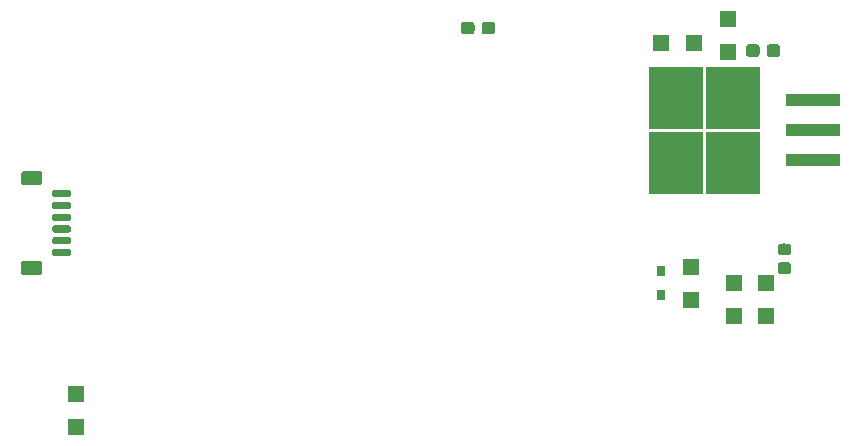
<source format=gbr>
G04 #@! TF.GenerationSoftware,KiCad,Pcbnew,5.0.2-bee76a0~70~ubuntu18.04.1*
G04 #@! TF.CreationDate,2019-11-21T17:40:54+09:00*
G04 #@! TF.ProjectId,Drone,44726f6e-652e-46b6-9963-61645f706362,rev?*
G04 #@! TF.SameCoordinates,Original*
G04 #@! TF.FileFunction,Paste,Bot*
G04 #@! TF.FilePolarity,Positive*
%FSLAX46Y46*%
G04 Gerber Fmt 4.6, Leading zero omitted, Abs format (unit mm)*
G04 Created by KiCad (PCBNEW 5.0.2-bee76a0~70~ubuntu18.04.1) date 2019年11月21日 17時40分54秒*
%MOMM*%
%LPD*%
G01*
G04 APERTURE LIST*
%ADD10R,4.550000X5.250000*%
%ADD11R,4.600000X1.100000*%
%ADD12C,0.100000*%
%ADD13C,1.000000*%
%ADD14R,1.400000X1.400000*%
%ADD15C,0.600000*%
%ADD16C,1.200000*%
%ADD17R,0.700000X0.900000*%
%ADD18C,1.050000*%
G04 APERTURE END LIST*
D10*
G04 #@! TO.C,U2*
X157250000Y-97790000D03*
X152400000Y-92240000D03*
X157250000Y-92240000D03*
X152400000Y-97790000D03*
D11*
X163975000Y-97555000D03*
X163975000Y-95015000D03*
X163975000Y-92475000D03*
G04 #@! TD*
D12*
G04 #@! TO.C,C1*
G36*
X161919504Y-106181204D02*
X161943773Y-106184804D01*
X161967571Y-106190765D01*
X161990671Y-106199030D01*
X162012849Y-106209520D01*
X162033893Y-106222133D01*
X162053598Y-106236747D01*
X162071777Y-106253223D01*
X162088253Y-106271402D01*
X162102867Y-106291107D01*
X162115480Y-106312151D01*
X162125970Y-106334329D01*
X162134235Y-106357429D01*
X162140196Y-106381227D01*
X162143796Y-106405496D01*
X162145000Y-106430000D01*
X162145000Y-106930000D01*
X162143796Y-106954504D01*
X162140196Y-106978773D01*
X162134235Y-107002571D01*
X162125970Y-107025671D01*
X162115480Y-107047849D01*
X162102867Y-107068893D01*
X162088253Y-107088598D01*
X162071777Y-107106777D01*
X162053598Y-107123253D01*
X162033893Y-107137867D01*
X162012849Y-107150480D01*
X161990671Y-107160970D01*
X161967571Y-107169235D01*
X161943773Y-107175196D01*
X161919504Y-107178796D01*
X161895000Y-107180000D01*
X161295000Y-107180000D01*
X161270496Y-107178796D01*
X161246227Y-107175196D01*
X161222429Y-107169235D01*
X161199329Y-107160970D01*
X161177151Y-107150480D01*
X161156107Y-107137867D01*
X161136402Y-107123253D01*
X161118223Y-107106777D01*
X161101747Y-107088598D01*
X161087133Y-107068893D01*
X161074520Y-107047849D01*
X161064030Y-107025671D01*
X161055765Y-107002571D01*
X161049804Y-106978773D01*
X161046204Y-106954504D01*
X161045000Y-106930000D01*
X161045000Y-106430000D01*
X161046204Y-106405496D01*
X161049804Y-106381227D01*
X161055765Y-106357429D01*
X161064030Y-106334329D01*
X161074520Y-106312151D01*
X161087133Y-106291107D01*
X161101747Y-106271402D01*
X161118223Y-106253223D01*
X161136402Y-106236747D01*
X161156107Y-106222133D01*
X161177151Y-106209520D01*
X161199329Y-106199030D01*
X161222429Y-106190765D01*
X161246227Y-106184804D01*
X161270496Y-106181204D01*
X161295000Y-106180000D01*
X161895000Y-106180000D01*
X161919504Y-106181204D01*
X161919504Y-106181204D01*
G37*
D13*
X161595000Y-106680000D03*
D12*
G36*
X161919504Y-104606204D02*
X161943773Y-104609804D01*
X161967571Y-104615765D01*
X161990671Y-104624030D01*
X162012849Y-104634520D01*
X162033893Y-104647133D01*
X162053598Y-104661747D01*
X162071777Y-104678223D01*
X162088253Y-104696402D01*
X162102867Y-104716107D01*
X162115480Y-104737151D01*
X162125970Y-104759329D01*
X162134235Y-104782429D01*
X162140196Y-104806227D01*
X162143796Y-104830496D01*
X162145000Y-104855000D01*
X162145000Y-105355000D01*
X162143796Y-105379504D01*
X162140196Y-105403773D01*
X162134235Y-105427571D01*
X162125970Y-105450671D01*
X162115480Y-105472849D01*
X162102867Y-105493893D01*
X162088253Y-105513598D01*
X162071777Y-105531777D01*
X162053598Y-105548253D01*
X162033893Y-105562867D01*
X162012849Y-105575480D01*
X161990671Y-105585970D01*
X161967571Y-105594235D01*
X161943773Y-105600196D01*
X161919504Y-105603796D01*
X161895000Y-105605000D01*
X161295000Y-105605000D01*
X161270496Y-105603796D01*
X161246227Y-105600196D01*
X161222429Y-105594235D01*
X161199329Y-105585970D01*
X161177151Y-105575480D01*
X161156107Y-105562867D01*
X161136402Y-105548253D01*
X161118223Y-105531777D01*
X161101747Y-105513598D01*
X161087133Y-105493893D01*
X161074520Y-105472849D01*
X161064030Y-105450671D01*
X161055765Y-105427571D01*
X161049804Y-105403773D01*
X161046204Y-105379504D01*
X161045000Y-105355000D01*
X161045000Y-104855000D01*
X161046204Y-104830496D01*
X161049804Y-104806227D01*
X161055765Y-104782429D01*
X161064030Y-104759329D01*
X161074520Y-104737151D01*
X161087133Y-104716107D01*
X161101747Y-104696402D01*
X161118223Y-104678223D01*
X161136402Y-104661747D01*
X161156107Y-104647133D01*
X161177151Y-104634520D01*
X161199329Y-104624030D01*
X161222429Y-104615765D01*
X161246227Y-104609804D01*
X161270496Y-104606204D01*
X161295000Y-104605000D01*
X161895000Y-104605000D01*
X161919504Y-104606204D01*
X161919504Y-104606204D01*
G37*
D13*
X161595000Y-105105000D03*
G04 #@! TD*
D14*
G04 #@! TO.C,D1*
X160020000Y-107950000D03*
X160020000Y-110750000D03*
G04 #@! TD*
G04 #@! TO.C,D2*
X157350000Y-110750000D03*
X157350000Y-107950000D03*
G04 #@! TD*
D12*
G04 #@! TO.C,J1*
G36*
X101024703Y-100070722D02*
X101039264Y-100072882D01*
X101053543Y-100076459D01*
X101067403Y-100081418D01*
X101080710Y-100087712D01*
X101093336Y-100095280D01*
X101105159Y-100104048D01*
X101116066Y-100113934D01*
X101125952Y-100124841D01*
X101134720Y-100136664D01*
X101142288Y-100149290D01*
X101148582Y-100162597D01*
X101153541Y-100176457D01*
X101157118Y-100190736D01*
X101159278Y-100205297D01*
X101160000Y-100220000D01*
X101160000Y-100520000D01*
X101159278Y-100534703D01*
X101157118Y-100549264D01*
X101153541Y-100563543D01*
X101148582Y-100577403D01*
X101142288Y-100590710D01*
X101134720Y-100603336D01*
X101125952Y-100615159D01*
X101116066Y-100626066D01*
X101105159Y-100635952D01*
X101093336Y-100644720D01*
X101080710Y-100652288D01*
X101067403Y-100658582D01*
X101053543Y-100663541D01*
X101039264Y-100667118D01*
X101024703Y-100669278D01*
X101010000Y-100670000D01*
X99760000Y-100670000D01*
X99745297Y-100669278D01*
X99730736Y-100667118D01*
X99716457Y-100663541D01*
X99702597Y-100658582D01*
X99689290Y-100652288D01*
X99676664Y-100644720D01*
X99664841Y-100635952D01*
X99653934Y-100626066D01*
X99644048Y-100615159D01*
X99635280Y-100603336D01*
X99627712Y-100590710D01*
X99621418Y-100577403D01*
X99616459Y-100563543D01*
X99612882Y-100549264D01*
X99610722Y-100534703D01*
X99610000Y-100520000D01*
X99610000Y-100220000D01*
X99610722Y-100205297D01*
X99612882Y-100190736D01*
X99616459Y-100176457D01*
X99621418Y-100162597D01*
X99627712Y-100149290D01*
X99635280Y-100136664D01*
X99644048Y-100124841D01*
X99653934Y-100113934D01*
X99664841Y-100104048D01*
X99676664Y-100095280D01*
X99689290Y-100087712D01*
X99702597Y-100081418D01*
X99716457Y-100076459D01*
X99730736Y-100072882D01*
X99745297Y-100070722D01*
X99760000Y-100070000D01*
X101010000Y-100070000D01*
X101024703Y-100070722D01*
X101024703Y-100070722D01*
G37*
D15*
X100385000Y-100370000D03*
D12*
G36*
X101024703Y-101070722D02*
X101039264Y-101072882D01*
X101053543Y-101076459D01*
X101067403Y-101081418D01*
X101080710Y-101087712D01*
X101093336Y-101095280D01*
X101105159Y-101104048D01*
X101116066Y-101113934D01*
X101125952Y-101124841D01*
X101134720Y-101136664D01*
X101142288Y-101149290D01*
X101148582Y-101162597D01*
X101153541Y-101176457D01*
X101157118Y-101190736D01*
X101159278Y-101205297D01*
X101160000Y-101220000D01*
X101160000Y-101520000D01*
X101159278Y-101534703D01*
X101157118Y-101549264D01*
X101153541Y-101563543D01*
X101148582Y-101577403D01*
X101142288Y-101590710D01*
X101134720Y-101603336D01*
X101125952Y-101615159D01*
X101116066Y-101626066D01*
X101105159Y-101635952D01*
X101093336Y-101644720D01*
X101080710Y-101652288D01*
X101067403Y-101658582D01*
X101053543Y-101663541D01*
X101039264Y-101667118D01*
X101024703Y-101669278D01*
X101010000Y-101670000D01*
X99760000Y-101670000D01*
X99745297Y-101669278D01*
X99730736Y-101667118D01*
X99716457Y-101663541D01*
X99702597Y-101658582D01*
X99689290Y-101652288D01*
X99676664Y-101644720D01*
X99664841Y-101635952D01*
X99653934Y-101626066D01*
X99644048Y-101615159D01*
X99635280Y-101603336D01*
X99627712Y-101590710D01*
X99621418Y-101577403D01*
X99616459Y-101563543D01*
X99612882Y-101549264D01*
X99610722Y-101534703D01*
X99610000Y-101520000D01*
X99610000Y-101220000D01*
X99610722Y-101205297D01*
X99612882Y-101190736D01*
X99616459Y-101176457D01*
X99621418Y-101162597D01*
X99627712Y-101149290D01*
X99635280Y-101136664D01*
X99644048Y-101124841D01*
X99653934Y-101113934D01*
X99664841Y-101104048D01*
X99676664Y-101095280D01*
X99689290Y-101087712D01*
X99702597Y-101081418D01*
X99716457Y-101076459D01*
X99730736Y-101072882D01*
X99745297Y-101070722D01*
X99760000Y-101070000D01*
X101010000Y-101070000D01*
X101024703Y-101070722D01*
X101024703Y-101070722D01*
G37*
D15*
X100385000Y-101370000D03*
D12*
G36*
X101024703Y-102070722D02*
X101039264Y-102072882D01*
X101053543Y-102076459D01*
X101067403Y-102081418D01*
X101080710Y-102087712D01*
X101093336Y-102095280D01*
X101105159Y-102104048D01*
X101116066Y-102113934D01*
X101125952Y-102124841D01*
X101134720Y-102136664D01*
X101142288Y-102149290D01*
X101148582Y-102162597D01*
X101153541Y-102176457D01*
X101157118Y-102190736D01*
X101159278Y-102205297D01*
X101160000Y-102220000D01*
X101160000Y-102520000D01*
X101159278Y-102534703D01*
X101157118Y-102549264D01*
X101153541Y-102563543D01*
X101148582Y-102577403D01*
X101142288Y-102590710D01*
X101134720Y-102603336D01*
X101125952Y-102615159D01*
X101116066Y-102626066D01*
X101105159Y-102635952D01*
X101093336Y-102644720D01*
X101080710Y-102652288D01*
X101067403Y-102658582D01*
X101053543Y-102663541D01*
X101039264Y-102667118D01*
X101024703Y-102669278D01*
X101010000Y-102670000D01*
X99760000Y-102670000D01*
X99745297Y-102669278D01*
X99730736Y-102667118D01*
X99716457Y-102663541D01*
X99702597Y-102658582D01*
X99689290Y-102652288D01*
X99676664Y-102644720D01*
X99664841Y-102635952D01*
X99653934Y-102626066D01*
X99644048Y-102615159D01*
X99635280Y-102603336D01*
X99627712Y-102590710D01*
X99621418Y-102577403D01*
X99616459Y-102563543D01*
X99612882Y-102549264D01*
X99610722Y-102534703D01*
X99610000Y-102520000D01*
X99610000Y-102220000D01*
X99610722Y-102205297D01*
X99612882Y-102190736D01*
X99616459Y-102176457D01*
X99621418Y-102162597D01*
X99627712Y-102149290D01*
X99635280Y-102136664D01*
X99644048Y-102124841D01*
X99653934Y-102113934D01*
X99664841Y-102104048D01*
X99676664Y-102095280D01*
X99689290Y-102087712D01*
X99702597Y-102081418D01*
X99716457Y-102076459D01*
X99730736Y-102072882D01*
X99745297Y-102070722D01*
X99760000Y-102070000D01*
X101010000Y-102070000D01*
X101024703Y-102070722D01*
X101024703Y-102070722D01*
G37*
D15*
X100385000Y-102370000D03*
D12*
G36*
X101024703Y-103070722D02*
X101039264Y-103072882D01*
X101053543Y-103076459D01*
X101067403Y-103081418D01*
X101080710Y-103087712D01*
X101093336Y-103095280D01*
X101105159Y-103104048D01*
X101116066Y-103113934D01*
X101125952Y-103124841D01*
X101134720Y-103136664D01*
X101142288Y-103149290D01*
X101148582Y-103162597D01*
X101153541Y-103176457D01*
X101157118Y-103190736D01*
X101159278Y-103205297D01*
X101160000Y-103220000D01*
X101160000Y-103520000D01*
X101159278Y-103534703D01*
X101157118Y-103549264D01*
X101153541Y-103563543D01*
X101148582Y-103577403D01*
X101142288Y-103590710D01*
X101134720Y-103603336D01*
X101125952Y-103615159D01*
X101116066Y-103626066D01*
X101105159Y-103635952D01*
X101093336Y-103644720D01*
X101080710Y-103652288D01*
X101067403Y-103658582D01*
X101053543Y-103663541D01*
X101039264Y-103667118D01*
X101024703Y-103669278D01*
X101010000Y-103670000D01*
X99760000Y-103670000D01*
X99745297Y-103669278D01*
X99730736Y-103667118D01*
X99716457Y-103663541D01*
X99702597Y-103658582D01*
X99689290Y-103652288D01*
X99676664Y-103644720D01*
X99664841Y-103635952D01*
X99653934Y-103626066D01*
X99644048Y-103615159D01*
X99635280Y-103603336D01*
X99627712Y-103590710D01*
X99621418Y-103577403D01*
X99616459Y-103563543D01*
X99612882Y-103549264D01*
X99610722Y-103534703D01*
X99610000Y-103520000D01*
X99610000Y-103220000D01*
X99610722Y-103205297D01*
X99612882Y-103190736D01*
X99616459Y-103176457D01*
X99621418Y-103162597D01*
X99627712Y-103149290D01*
X99635280Y-103136664D01*
X99644048Y-103124841D01*
X99653934Y-103113934D01*
X99664841Y-103104048D01*
X99676664Y-103095280D01*
X99689290Y-103087712D01*
X99702597Y-103081418D01*
X99716457Y-103076459D01*
X99730736Y-103072882D01*
X99745297Y-103070722D01*
X99760000Y-103070000D01*
X101010000Y-103070000D01*
X101024703Y-103070722D01*
X101024703Y-103070722D01*
G37*
D15*
X100385000Y-103370000D03*
D12*
G36*
X101024703Y-104070722D02*
X101039264Y-104072882D01*
X101053543Y-104076459D01*
X101067403Y-104081418D01*
X101080710Y-104087712D01*
X101093336Y-104095280D01*
X101105159Y-104104048D01*
X101116066Y-104113934D01*
X101125952Y-104124841D01*
X101134720Y-104136664D01*
X101142288Y-104149290D01*
X101148582Y-104162597D01*
X101153541Y-104176457D01*
X101157118Y-104190736D01*
X101159278Y-104205297D01*
X101160000Y-104220000D01*
X101160000Y-104520000D01*
X101159278Y-104534703D01*
X101157118Y-104549264D01*
X101153541Y-104563543D01*
X101148582Y-104577403D01*
X101142288Y-104590710D01*
X101134720Y-104603336D01*
X101125952Y-104615159D01*
X101116066Y-104626066D01*
X101105159Y-104635952D01*
X101093336Y-104644720D01*
X101080710Y-104652288D01*
X101067403Y-104658582D01*
X101053543Y-104663541D01*
X101039264Y-104667118D01*
X101024703Y-104669278D01*
X101010000Y-104670000D01*
X99760000Y-104670000D01*
X99745297Y-104669278D01*
X99730736Y-104667118D01*
X99716457Y-104663541D01*
X99702597Y-104658582D01*
X99689290Y-104652288D01*
X99676664Y-104644720D01*
X99664841Y-104635952D01*
X99653934Y-104626066D01*
X99644048Y-104615159D01*
X99635280Y-104603336D01*
X99627712Y-104590710D01*
X99621418Y-104577403D01*
X99616459Y-104563543D01*
X99612882Y-104549264D01*
X99610722Y-104534703D01*
X99610000Y-104520000D01*
X99610000Y-104220000D01*
X99610722Y-104205297D01*
X99612882Y-104190736D01*
X99616459Y-104176457D01*
X99621418Y-104162597D01*
X99627712Y-104149290D01*
X99635280Y-104136664D01*
X99644048Y-104124841D01*
X99653934Y-104113934D01*
X99664841Y-104104048D01*
X99676664Y-104095280D01*
X99689290Y-104087712D01*
X99702597Y-104081418D01*
X99716457Y-104076459D01*
X99730736Y-104072882D01*
X99745297Y-104070722D01*
X99760000Y-104070000D01*
X101010000Y-104070000D01*
X101024703Y-104070722D01*
X101024703Y-104070722D01*
G37*
D15*
X100385000Y-104370000D03*
D12*
G36*
X101024703Y-105070722D02*
X101039264Y-105072882D01*
X101053543Y-105076459D01*
X101067403Y-105081418D01*
X101080710Y-105087712D01*
X101093336Y-105095280D01*
X101105159Y-105104048D01*
X101116066Y-105113934D01*
X101125952Y-105124841D01*
X101134720Y-105136664D01*
X101142288Y-105149290D01*
X101148582Y-105162597D01*
X101153541Y-105176457D01*
X101157118Y-105190736D01*
X101159278Y-105205297D01*
X101160000Y-105220000D01*
X101160000Y-105520000D01*
X101159278Y-105534703D01*
X101157118Y-105549264D01*
X101153541Y-105563543D01*
X101148582Y-105577403D01*
X101142288Y-105590710D01*
X101134720Y-105603336D01*
X101125952Y-105615159D01*
X101116066Y-105626066D01*
X101105159Y-105635952D01*
X101093336Y-105644720D01*
X101080710Y-105652288D01*
X101067403Y-105658582D01*
X101053543Y-105663541D01*
X101039264Y-105667118D01*
X101024703Y-105669278D01*
X101010000Y-105670000D01*
X99760000Y-105670000D01*
X99745297Y-105669278D01*
X99730736Y-105667118D01*
X99716457Y-105663541D01*
X99702597Y-105658582D01*
X99689290Y-105652288D01*
X99676664Y-105644720D01*
X99664841Y-105635952D01*
X99653934Y-105626066D01*
X99644048Y-105615159D01*
X99635280Y-105603336D01*
X99627712Y-105590710D01*
X99621418Y-105577403D01*
X99616459Y-105563543D01*
X99612882Y-105549264D01*
X99610722Y-105534703D01*
X99610000Y-105520000D01*
X99610000Y-105220000D01*
X99610722Y-105205297D01*
X99612882Y-105190736D01*
X99616459Y-105176457D01*
X99621418Y-105162597D01*
X99627712Y-105149290D01*
X99635280Y-105136664D01*
X99644048Y-105124841D01*
X99653934Y-105113934D01*
X99664841Y-105104048D01*
X99676664Y-105095280D01*
X99689290Y-105087712D01*
X99702597Y-105081418D01*
X99716457Y-105076459D01*
X99730736Y-105072882D01*
X99745297Y-105070722D01*
X99760000Y-105070000D01*
X101010000Y-105070000D01*
X101024703Y-105070722D01*
X101024703Y-105070722D01*
G37*
D15*
X100385000Y-105370000D03*
D12*
G36*
X98534505Y-98471204D02*
X98558773Y-98474804D01*
X98582572Y-98480765D01*
X98605671Y-98489030D01*
X98627850Y-98499520D01*
X98648893Y-98512132D01*
X98668599Y-98526747D01*
X98686777Y-98543223D01*
X98703253Y-98561401D01*
X98717868Y-98581107D01*
X98730480Y-98602150D01*
X98740970Y-98624329D01*
X98749235Y-98647428D01*
X98755196Y-98671227D01*
X98758796Y-98695495D01*
X98760000Y-98719999D01*
X98760000Y-99420001D01*
X98758796Y-99444505D01*
X98755196Y-99468773D01*
X98749235Y-99492572D01*
X98740970Y-99515671D01*
X98730480Y-99537850D01*
X98717868Y-99558893D01*
X98703253Y-99578599D01*
X98686777Y-99596777D01*
X98668599Y-99613253D01*
X98648893Y-99627868D01*
X98627850Y-99640480D01*
X98605671Y-99650970D01*
X98582572Y-99659235D01*
X98558773Y-99665196D01*
X98534505Y-99668796D01*
X98510001Y-99670000D01*
X97209999Y-99670000D01*
X97185495Y-99668796D01*
X97161227Y-99665196D01*
X97137428Y-99659235D01*
X97114329Y-99650970D01*
X97092150Y-99640480D01*
X97071107Y-99627868D01*
X97051401Y-99613253D01*
X97033223Y-99596777D01*
X97016747Y-99578599D01*
X97002132Y-99558893D01*
X96989520Y-99537850D01*
X96979030Y-99515671D01*
X96970765Y-99492572D01*
X96964804Y-99468773D01*
X96961204Y-99444505D01*
X96960000Y-99420001D01*
X96960000Y-98719999D01*
X96961204Y-98695495D01*
X96964804Y-98671227D01*
X96970765Y-98647428D01*
X96979030Y-98624329D01*
X96989520Y-98602150D01*
X97002132Y-98581107D01*
X97016747Y-98561401D01*
X97033223Y-98543223D01*
X97051401Y-98526747D01*
X97071107Y-98512132D01*
X97092150Y-98499520D01*
X97114329Y-98489030D01*
X97137428Y-98480765D01*
X97161227Y-98474804D01*
X97185495Y-98471204D01*
X97209999Y-98470000D01*
X98510001Y-98470000D01*
X98534505Y-98471204D01*
X98534505Y-98471204D01*
G37*
D16*
X97860000Y-99070000D03*
D12*
G36*
X98534505Y-106071204D02*
X98558773Y-106074804D01*
X98582572Y-106080765D01*
X98605671Y-106089030D01*
X98627850Y-106099520D01*
X98648893Y-106112132D01*
X98668599Y-106126747D01*
X98686777Y-106143223D01*
X98703253Y-106161401D01*
X98717868Y-106181107D01*
X98730480Y-106202150D01*
X98740970Y-106224329D01*
X98749235Y-106247428D01*
X98755196Y-106271227D01*
X98758796Y-106295495D01*
X98760000Y-106319999D01*
X98760000Y-107020001D01*
X98758796Y-107044505D01*
X98755196Y-107068773D01*
X98749235Y-107092572D01*
X98740970Y-107115671D01*
X98730480Y-107137850D01*
X98717868Y-107158893D01*
X98703253Y-107178599D01*
X98686777Y-107196777D01*
X98668599Y-107213253D01*
X98648893Y-107227868D01*
X98627850Y-107240480D01*
X98605671Y-107250970D01*
X98582572Y-107259235D01*
X98558773Y-107265196D01*
X98534505Y-107268796D01*
X98510001Y-107270000D01*
X97209999Y-107270000D01*
X97185495Y-107268796D01*
X97161227Y-107265196D01*
X97137428Y-107259235D01*
X97114329Y-107250970D01*
X97092150Y-107240480D01*
X97071107Y-107227868D01*
X97051401Y-107213253D01*
X97033223Y-107196777D01*
X97016747Y-107178599D01*
X97002132Y-107158893D01*
X96989520Y-107137850D01*
X96979030Y-107115671D01*
X96970765Y-107092572D01*
X96964804Y-107068773D01*
X96961204Y-107044505D01*
X96960000Y-107020001D01*
X96960000Y-106319999D01*
X96961204Y-106295495D01*
X96964804Y-106271227D01*
X96970765Y-106247428D01*
X96979030Y-106224329D01*
X96989520Y-106202150D01*
X97002132Y-106181107D01*
X97016747Y-106161401D01*
X97033223Y-106143223D01*
X97051401Y-106126747D01*
X97071107Y-106112132D01*
X97092150Y-106099520D01*
X97114329Y-106089030D01*
X97137428Y-106080765D01*
X97161227Y-106074804D01*
X97185495Y-106071204D01*
X97209999Y-106070000D01*
X98510001Y-106070000D01*
X98534505Y-106071204D01*
X98534505Y-106071204D01*
G37*
D16*
X97860000Y-106670000D03*
G04 #@! TD*
D14*
G04 #@! TO.C,D3*
X151130000Y-87630000D03*
X153930000Y-87630000D03*
G04 #@! TD*
G04 #@! TO.C,D4*
X156845000Y-88395000D03*
X156845000Y-85595000D03*
G04 #@! TD*
G04 #@! TO.C,D5*
X153670000Y-106550000D03*
X153670000Y-109350000D03*
G04 #@! TD*
G04 #@! TO.C,D6*
X101600000Y-117345000D03*
X101600000Y-120145000D03*
G04 #@! TD*
D17*
G04 #@! TO.C,D7*
X151130000Y-109000000D03*
X151130000Y-106900000D03*
G04 #@! TD*
D12*
G04 #@! TO.C,R1*
G36*
X136863229Y-85836264D02*
X136888711Y-85840044D01*
X136913700Y-85846303D01*
X136937954Y-85854982D01*
X136961242Y-85865996D01*
X136983337Y-85879239D01*
X137004028Y-85894585D01*
X137023116Y-85911884D01*
X137040415Y-85930972D01*
X137055761Y-85951663D01*
X137069004Y-85973758D01*
X137080018Y-85997046D01*
X137088697Y-86021300D01*
X137094956Y-86046289D01*
X137098736Y-86071771D01*
X137100000Y-86097500D01*
X137100000Y-86622500D01*
X137098736Y-86648229D01*
X137094956Y-86673711D01*
X137088697Y-86698700D01*
X137080018Y-86722954D01*
X137069004Y-86746242D01*
X137055761Y-86768337D01*
X137040415Y-86789028D01*
X137023116Y-86808116D01*
X137004028Y-86825415D01*
X136983337Y-86840761D01*
X136961242Y-86854004D01*
X136937954Y-86865018D01*
X136913700Y-86873697D01*
X136888711Y-86879956D01*
X136863229Y-86883736D01*
X136837500Y-86885000D01*
X136212500Y-86885000D01*
X136186771Y-86883736D01*
X136161289Y-86879956D01*
X136136300Y-86873697D01*
X136112046Y-86865018D01*
X136088758Y-86854004D01*
X136066663Y-86840761D01*
X136045972Y-86825415D01*
X136026884Y-86808116D01*
X136009585Y-86789028D01*
X135994239Y-86768337D01*
X135980996Y-86746242D01*
X135969982Y-86722954D01*
X135961303Y-86698700D01*
X135955044Y-86673711D01*
X135951264Y-86648229D01*
X135950000Y-86622500D01*
X135950000Y-86097500D01*
X135951264Y-86071771D01*
X135955044Y-86046289D01*
X135961303Y-86021300D01*
X135969982Y-85997046D01*
X135980996Y-85973758D01*
X135994239Y-85951663D01*
X136009585Y-85930972D01*
X136026884Y-85911884D01*
X136045972Y-85894585D01*
X136066663Y-85879239D01*
X136088758Y-85865996D01*
X136112046Y-85854982D01*
X136136300Y-85846303D01*
X136161289Y-85840044D01*
X136186771Y-85836264D01*
X136212500Y-85835000D01*
X136837500Y-85835000D01*
X136863229Y-85836264D01*
X136863229Y-85836264D01*
G37*
D18*
X136525000Y-86360000D03*
D12*
G36*
X135113229Y-85836264D02*
X135138711Y-85840044D01*
X135163700Y-85846303D01*
X135187954Y-85854982D01*
X135211242Y-85865996D01*
X135233337Y-85879239D01*
X135254028Y-85894585D01*
X135273116Y-85911884D01*
X135290415Y-85930972D01*
X135305761Y-85951663D01*
X135319004Y-85973758D01*
X135330018Y-85997046D01*
X135338697Y-86021300D01*
X135344956Y-86046289D01*
X135348736Y-86071771D01*
X135350000Y-86097500D01*
X135350000Y-86622500D01*
X135348736Y-86648229D01*
X135344956Y-86673711D01*
X135338697Y-86698700D01*
X135330018Y-86722954D01*
X135319004Y-86746242D01*
X135305761Y-86768337D01*
X135290415Y-86789028D01*
X135273116Y-86808116D01*
X135254028Y-86825415D01*
X135233337Y-86840761D01*
X135211242Y-86854004D01*
X135187954Y-86865018D01*
X135163700Y-86873697D01*
X135138711Y-86879956D01*
X135113229Y-86883736D01*
X135087500Y-86885000D01*
X134462500Y-86885000D01*
X134436771Y-86883736D01*
X134411289Y-86879956D01*
X134386300Y-86873697D01*
X134362046Y-86865018D01*
X134338758Y-86854004D01*
X134316663Y-86840761D01*
X134295972Y-86825415D01*
X134276884Y-86808116D01*
X134259585Y-86789028D01*
X134244239Y-86768337D01*
X134230996Y-86746242D01*
X134219982Y-86722954D01*
X134211303Y-86698700D01*
X134205044Y-86673711D01*
X134201264Y-86648229D01*
X134200000Y-86622500D01*
X134200000Y-86097500D01*
X134201264Y-86071771D01*
X134205044Y-86046289D01*
X134211303Y-86021300D01*
X134219982Y-85997046D01*
X134230996Y-85973758D01*
X134244239Y-85951663D01*
X134259585Y-85930972D01*
X134276884Y-85911884D01*
X134295972Y-85894585D01*
X134316663Y-85879239D01*
X134338758Y-85865996D01*
X134362046Y-85854982D01*
X134386300Y-85846303D01*
X134411289Y-85840044D01*
X134436771Y-85836264D01*
X134462500Y-85835000D01*
X135087500Y-85835000D01*
X135113229Y-85836264D01*
X135113229Y-85836264D01*
G37*
D18*
X134775000Y-86360000D03*
G04 #@! TD*
D12*
G04 #@! TO.C,R2*
G36*
X159243229Y-87741264D02*
X159268711Y-87745044D01*
X159293700Y-87751303D01*
X159317954Y-87759982D01*
X159341242Y-87770996D01*
X159363337Y-87784239D01*
X159384028Y-87799585D01*
X159403116Y-87816884D01*
X159420415Y-87835972D01*
X159435761Y-87856663D01*
X159449004Y-87878758D01*
X159460018Y-87902046D01*
X159468697Y-87926300D01*
X159474956Y-87951289D01*
X159478736Y-87976771D01*
X159480000Y-88002500D01*
X159480000Y-88527500D01*
X159478736Y-88553229D01*
X159474956Y-88578711D01*
X159468697Y-88603700D01*
X159460018Y-88627954D01*
X159449004Y-88651242D01*
X159435761Y-88673337D01*
X159420415Y-88694028D01*
X159403116Y-88713116D01*
X159384028Y-88730415D01*
X159363337Y-88745761D01*
X159341242Y-88759004D01*
X159317954Y-88770018D01*
X159293700Y-88778697D01*
X159268711Y-88784956D01*
X159243229Y-88788736D01*
X159217500Y-88790000D01*
X158592500Y-88790000D01*
X158566771Y-88788736D01*
X158541289Y-88784956D01*
X158516300Y-88778697D01*
X158492046Y-88770018D01*
X158468758Y-88759004D01*
X158446663Y-88745761D01*
X158425972Y-88730415D01*
X158406884Y-88713116D01*
X158389585Y-88694028D01*
X158374239Y-88673337D01*
X158360996Y-88651242D01*
X158349982Y-88627954D01*
X158341303Y-88603700D01*
X158335044Y-88578711D01*
X158331264Y-88553229D01*
X158330000Y-88527500D01*
X158330000Y-88002500D01*
X158331264Y-87976771D01*
X158335044Y-87951289D01*
X158341303Y-87926300D01*
X158349982Y-87902046D01*
X158360996Y-87878758D01*
X158374239Y-87856663D01*
X158389585Y-87835972D01*
X158406884Y-87816884D01*
X158425972Y-87799585D01*
X158446663Y-87784239D01*
X158468758Y-87770996D01*
X158492046Y-87759982D01*
X158516300Y-87751303D01*
X158541289Y-87745044D01*
X158566771Y-87741264D01*
X158592500Y-87740000D01*
X159217500Y-87740000D01*
X159243229Y-87741264D01*
X159243229Y-87741264D01*
G37*
D18*
X158905000Y-88265000D03*
D12*
G36*
X160993229Y-87741264D02*
X161018711Y-87745044D01*
X161043700Y-87751303D01*
X161067954Y-87759982D01*
X161091242Y-87770996D01*
X161113337Y-87784239D01*
X161134028Y-87799585D01*
X161153116Y-87816884D01*
X161170415Y-87835972D01*
X161185761Y-87856663D01*
X161199004Y-87878758D01*
X161210018Y-87902046D01*
X161218697Y-87926300D01*
X161224956Y-87951289D01*
X161228736Y-87976771D01*
X161230000Y-88002500D01*
X161230000Y-88527500D01*
X161228736Y-88553229D01*
X161224956Y-88578711D01*
X161218697Y-88603700D01*
X161210018Y-88627954D01*
X161199004Y-88651242D01*
X161185761Y-88673337D01*
X161170415Y-88694028D01*
X161153116Y-88713116D01*
X161134028Y-88730415D01*
X161113337Y-88745761D01*
X161091242Y-88759004D01*
X161067954Y-88770018D01*
X161043700Y-88778697D01*
X161018711Y-88784956D01*
X160993229Y-88788736D01*
X160967500Y-88790000D01*
X160342500Y-88790000D01*
X160316771Y-88788736D01*
X160291289Y-88784956D01*
X160266300Y-88778697D01*
X160242046Y-88770018D01*
X160218758Y-88759004D01*
X160196663Y-88745761D01*
X160175972Y-88730415D01*
X160156884Y-88713116D01*
X160139585Y-88694028D01*
X160124239Y-88673337D01*
X160110996Y-88651242D01*
X160099982Y-88627954D01*
X160091303Y-88603700D01*
X160085044Y-88578711D01*
X160081264Y-88553229D01*
X160080000Y-88527500D01*
X160080000Y-88002500D01*
X160081264Y-87976771D01*
X160085044Y-87951289D01*
X160091303Y-87926300D01*
X160099982Y-87902046D01*
X160110996Y-87878758D01*
X160124239Y-87856663D01*
X160139585Y-87835972D01*
X160156884Y-87816884D01*
X160175972Y-87799585D01*
X160196663Y-87784239D01*
X160218758Y-87770996D01*
X160242046Y-87759982D01*
X160266300Y-87751303D01*
X160291289Y-87745044D01*
X160316771Y-87741264D01*
X160342500Y-87740000D01*
X160967500Y-87740000D01*
X160993229Y-87741264D01*
X160993229Y-87741264D01*
G37*
D18*
X160655000Y-88265000D03*
G04 #@! TD*
M02*

</source>
